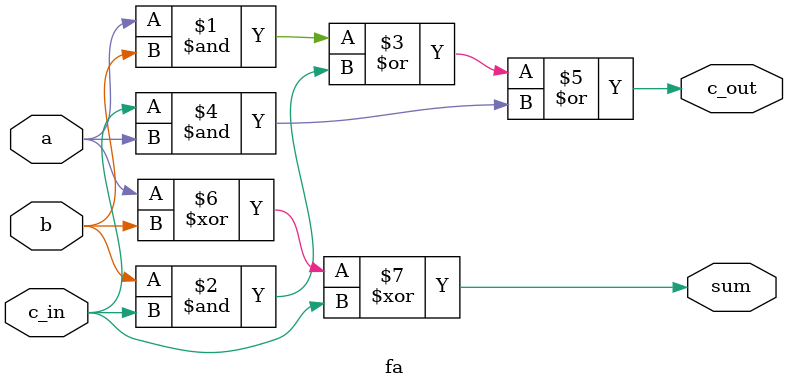
<source format=v>
module fa(c_out,sum,c_in,a,b);
	output c_out,sum;
	input c_in,a,b;

	assign c_out = ( a & b ) | ( b & c_in ) | ( c_in & a );
	assign sum = a ^ b ^ c_in;
endmodule

</source>
